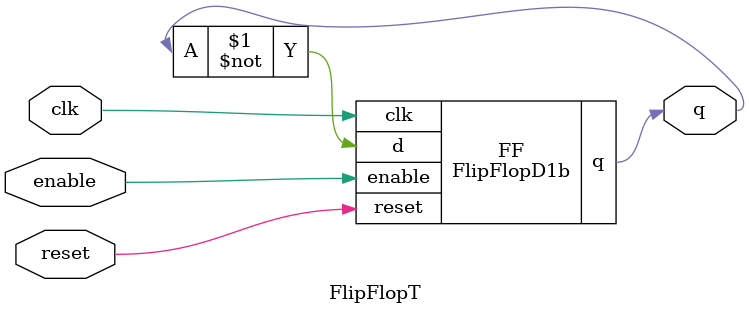
<source format=v>
module  FlipFlopD1b(input d,enable,reset,clk,output reg q);
    always @(posedge clk, posedge reset) begin  
        if (reset) q = 0; 
        else if (enable) q = d; 
    end
endmodule


module FlipFlopT(input enable, reset, clk, output wire q );

    FlipFlopD1b FF(~q,enable, reset,clk,q); //Ecuacion obtenida de LogicFriday
endmodule
</source>
